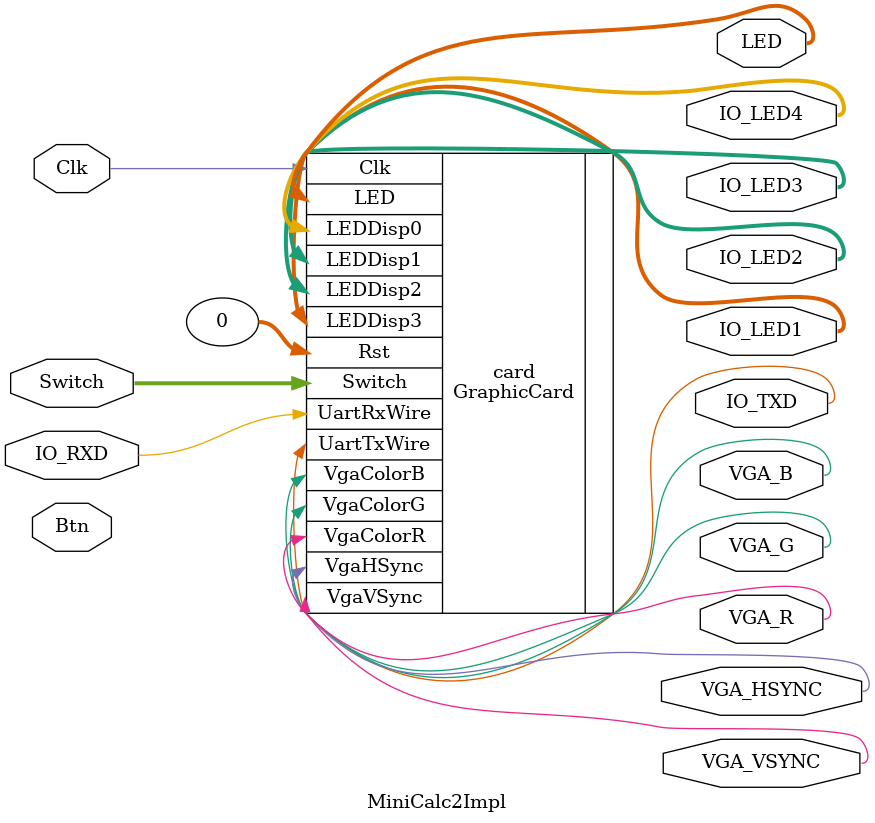
<source format=v>
`include "../../components/Debouncer/Debouncer.v"
`include "../../components/Synchronizer/Synchronizer.v"
`include "GraphicCard.v"

module MiniCalc2Impl
(
    input wire Clk,
    input wire [3:0] Btn,
    input wire [7:0] Switch,
    output wire [0:7] LED,
    output wire [0:6] IO_LED1,
    output wire [0:6] IO_LED2,
    output wire [0:6] IO_LED3,
    output wire [0:6] IO_LED4,
    output wire VGA_HSYNC,
    output wire VGA_VSYNC,
    output wire VGA_R,
    output wire VGA_G,
    output wire VGA_B,
    input wire IO_RXD,
    output wire IO_TXD
);

	 
    GraphicCard card (
        .Clk(Clk),
        .LED(LED),
        .LEDDisp3(IO_LED1[0:6]),
        .LEDDisp2(IO_LED2[0:6]),
        .LEDDisp1(IO_LED3[0:6]),
        .LEDDisp0(IO_LED4[0:6]),
        .Switch(Switch),
        .Rst(0),
        .VgaHSync(VGA_HSYNC),
        .VgaVSync(VGA_VSYNC),
        .VgaColorR(VGA_R),
        .VgaColorG(VGA_G),
        .VgaColorB(VGA_B),
        .UartRxWire(IO_RXD),
        .UartTxWire(IO_TXD)
    );

endmodule
</source>
